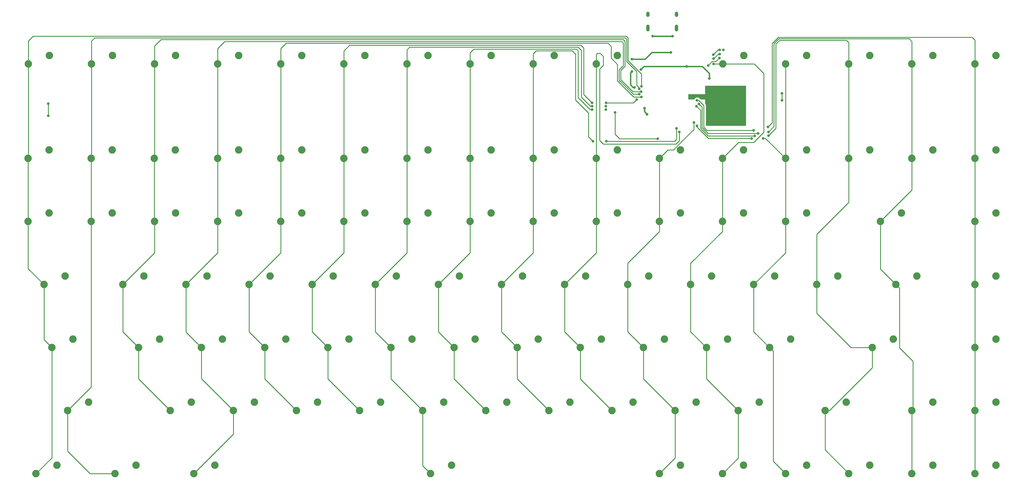
<source format=gtl>
G04 #@! TF.GenerationSoftware,KiCad,Pcbnew,(5.1.9)-1*
G04 #@! TF.CreationDate,2021-04-20T15:34:40+09:00*
G04 #@! TF.ProjectId,JupiterAdvanced,4a757069-7465-4724-9164-76616e636564,1*
G04 #@! TF.SameCoordinates,Original*
G04 #@! TF.FileFunction,Copper,L1,Top*
G04 #@! TF.FilePolarity,Positive*
%FSLAX46Y46*%
G04 Gerber Fmt 4.6, Leading zero omitted, Abs format (unit mm)*
G04 Created by KiCad (PCBNEW (5.1.9)-1) date 2021-04-20 15:34:40*
%MOMM*%
%LPD*%
G01*
G04 APERTURE LIST*
G04 #@! TA.AperFunction,ComponentPad*
%ADD10C,2.250000*%
G04 #@! TD*
G04 #@! TA.AperFunction,ComponentPad*
%ADD11O,1.000000X2.100000*%
G04 #@! TD*
G04 #@! TA.AperFunction,ComponentPad*
%ADD12O,1.000000X1.600000*%
G04 #@! TD*
G04 #@! TA.AperFunction,ViaPad*
%ADD13C,0.800000*%
G04 #@! TD*
G04 #@! TA.AperFunction,Conductor*
%ADD14C,0.254000*%
G04 #@! TD*
G04 #@! TA.AperFunction,Conductor*
%ADD15C,0.381000*%
G04 #@! TD*
G04 #@! TA.AperFunction,Conductor*
%ADD16C,0.150000*%
G04 #@! TD*
G04 APERTURE END LIST*
D10*
X339429320Y-162369620D03*
X333079320Y-164909620D03*
X363356120Y-95718820D03*
X357006120Y-98258820D03*
D11*
X258280240Y-87475980D03*
X266920240Y-87475980D03*
D12*
X258280240Y-83295980D03*
X266920240Y-83295980D03*
D10*
X77542620Y-143306920D03*
X71192620Y-145846920D03*
X82305120Y-162369620D03*
X75955120Y-164909620D03*
X199005647Y-219529227D03*
X192655647Y-222069227D03*
X318106020Y-200469620D03*
X311756020Y-203009620D03*
X306231520Y-219519620D03*
X299881520Y-222059620D03*
X315629520Y-162369620D03*
X309279520Y-164909620D03*
X268060380Y-219519620D03*
X261710380Y-222059620D03*
X301354720Y-181419620D03*
X295004720Y-183959620D03*
X291880520Y-200469620D03*
X285530520Y-203009620D03*
X325281520Y-124269620D03*
X318931520Y-126809620D03*
X306180720Y-143319620D03*
X299830720Y-145859620D03*
X363381520Y-162369620D03*
X357031520Y-164909620D03*
X363381520Y-181419620D03*
X357031520Y-183959620D03*
X344280720Y-124269620D03*
X337930720Y-126809620D03*
X120430520Y-200469620D03*
X114080520Y-203009620D03*
X201380320Y-162369620D03*
X195030320Y-164909620D03*
X139480520Y-200469620D03*
X133130520Y-203009620D03*
X125180320Y-162369620D03*
X118830320Y-164909620D03*
X177580520Y-200469620D03*
X171230520Y-203009620D03*
X220430320Y-162369620D03*
X214080320Y-164909620D03*
X182330320Y-162369620D03*
X175980320Y-164909620D03*
X344306120Y-95718820D03*
X337956120Y-98258820D03*
X325256120Y-95718820D03*
X318906120Y-98258820D03*
X306206120Y-95718820D03*
X299856120Y-98258820D03*
X287215320Y-95718820D03*
X280865320Y-98258820D03*
X249056120Y-95718820D03*
X242706120Y-98258820D03*
X230006120Y-95718820D03*
X223656120Y-98258820D03*
X210956120Y-95718820D03*
X204606120Y-98258820D03*
X191906120Y-95718820D03*
X185556120Y-98258820D03*
X172856120Y-95718820D03*
X166506120Y-98258820D03*
X153806120Y-95718820D03*
X147456120Y-98258820D03*
X134756120Y-95718820D03*
X128406120Y-98258820D03*
X115706120Y-95718820D03*
X109356120Y-98258820D03*
X96656120Y-95718820D03*
X90306120Y-98258820D03*
X77606120Y-95718820D03*
X71256120Y-98258820D03*
X129853920Y-181419620D03*
X123503920Y-183959620D03*
X163280320Y-162369620D03*
X156930320Y-164909620D03*
X106130320Y-162369620D03*
X99780320Y-164909620D03*
X277529520Y-162369620D03*
X271179520Y-164909620D03*
X258530320Y-162369620D03*
X252180320Y-164909620D03*
X215680520Y-200469620D03*
X209330520Y-203009620D03*
X234730520Y-200469620D03*
X228380520Y-203009620D03*
X263254720Y-181419620D03*
X256904720Y-183959620D03*
X244204720Y-181419620D03*
X237854720Y-183959620D03*
X225154720Y-181419620D03*
X218804720Y-183959620D03*
X239480320Y-162369620D03*
X233130320Y-164909620D03*
X206104720Y-181419620D03*
X199754720Y-183959620D03*
X187054720Y-181419620D03*
X180704720Y-183959620D03*
X287130720Y-124269620D03*
X280780720Y-126809620D03*
X168004720Y-181419620D03*
X161654720Y-183959620D03*
X144230320Y-162369620D03*
X137880320Y-164909620D03*
X148954720Y-181419620D03*
X142604720Y-183959620D03*
X158530520Y-200469620D03*
X152180520Y-203009620D03*
X196630520Y-200469620D03*
X190280520Y-203009620D03*
X110854720Y-181419620D03*
X104504720Y-183959620D03*
X249030720Y-143319620D03*
X242680720Y-145859620D03*
X229980720Y-143319620D03*
X223630720Y-145859620D03*
X210930720Y-143319620D03*
X204580720Y-145859620D03*
X191880720Y-143319620D03*
X185530720Y-145859620D03*
X172830720Y-143319620D03*
X166480720Y-145859620D03*
X153780720Y-143319620D03*
X147430720Y-145859620D03*
X134730720Y-143319620D03*
X128380720Y-145859620D03*
X115680720Y-143319620D03*
X109330720Y-145859620D03*
X96579920Y-143319620D03*
X90229920Y-145859620D03*
X268080720Y-143319620D03*
X261730720Y-145859620D03*
X253780520Y-200469620D03*
X247430520Y-203009620D03*
X89442520Y-200469620D03*
X83092520Y-203009620D03*
X103749524Y-219519620D03*
X97399524Y-222059620D03*
X79917520Y-219519620D03*
X73567520Y-222059620D03*
X296579520Y-162369620D03*
X290229520Y-164909620D03*
X127557128Y-219529227D03*
X121207128Y-222069227D03*
X287130720Y-143319620D03*
X280780720Y-145859620D03*
X363381520Y-143319620D03*
X357031520Y-145859620D03*
X266480520Y-203009620D03*
X272830520Y-200469620D03*
X287181520Y-219519620D03*
X280831520Y-222059620D03*
X306180720Y-124269620D03*
X299830720Y-126809620D03*
X268080720Y-124269620D03*
X261730720Y-126809620D03*
X249030720Y-124269620D03*
X242680720Y-126809620D03*
X229980720Y-124269620D03*
X223630720Y-126809620D03*
X210930720Y-124269620D03*
X204580720Y-126809620D03*
X191880720Y-124269620D03*
X185530720Y-126809620D03*
X172830720Y-124269620D03*
X166480720Y-126809620D03*
X153780720Y-124269620D03*
X147430720Y-126809620D03*
X134730720Y-124269620D03*
X128380720Y-126809620D03*
X115629920Y-124269620D03*
X109279920Y-126809620D03*
X96579920Y-124269620D03*
X90229920Y-126809620D03*
X77529920Y-124269620D03*
X71179920Y-126809620D03*
X332342720Y-181419620D03*
X325992720Y-183959620D03*
X363381520Y-200469620D03*
X357031520Y-203009620D03*
X363381520Y-124269620D03*
X357031520Y-126809620D03*
X84680020Y-181419620D03*
X78330020Y-183959620D03*
X282304720Y-181419620D03*
X275954720Y-183959620D03*
X334781120Y-143319620D03*
X328431120Y-145859620D03*
X344331520Y-200469620D03*
X337981520Y-203009620D03*
X363381520Y-219519620D03*
X357031520Y-222059620D03*
X325281520Y-219519620D03*
X318931520Y-222059620D03*
X344331520Y-219519620D03*
X337981520Y-222059620D03*
D13*
X291561520Y-119298720D03*
X294647620Y-118841520D03*
X273710926Y-110389074D03*
X290520120Y-120032220D03*
X294711120Y-119946420D03*
X272942704Y-111029275D03*
X273125000Y-109275000D03*
X290202620Y-118333520D03*
X294469820Y-117317520D03*
X287446720Y-111513620D03*
X287459420Y-113786920D03*
X253461520Y-100578920D03*
X257225000Y-111675000D03*
X258025000Y-113475000D03*
X254225000Y-105375000D03*
X253461520Y-96838480D03*
X265225000Y-94775000D03*
X279175000Y-110925000D03*
X256166620Y-99956620D03*
X276829520Y-102661720D03*
X269971520Y-99029520D03*
X278099520Y-98254820D03*
X256311120Y-105031820D03*
X261246620Y-120875000D03*
X248356120Y-112936020D03*
X77225000Y-110275000D03*
X77225000Y-113975000D03*
X298725000Y-109275000D03*
X298725000Y-107175000D03*
X279825000Y-96475000D03*
X276439067Y-98789067D03*
X255615420Y-107431820D03*
X278125000Y-96675000D03*
X281014465Y-94013670D03*
X279925000Y-95275000D03*
X279925000Y-94075000D03*
X278025000Y-95475000D03*
X255650820Y-105831820D03*
X256260520Y-106631820D03*
X256288420Y-108231820D03*
X254873420Y-109031820D03*
X245631720Y-110065820D03*
X241460020Y-110078520D03*
X245576250Y-111064282D03*
X241460020Y-111078523D03*
X245593922Y-112064128D03*
X241434473Y-112078199D03*
X266945320Y-117758420D03*
X245784120Y-121610120D03*
X241663220Y-121610120D03*
X267745320Y-118817120D03*
X272125000Y-115975000D03*
X265717020Y-89910920D03*
X259729460Y-89917760D03*
X289580320Y-120759220D03*
X293072820Y-120759220D03*
X273125000Y-116975000D03*
D14*
X337956120Y-126784220D02*
X337930720Y-126809620D01*
X337956120Y-98258820D02*
X337956120Y-126784220D01*
X337930720Y-136360020D02*
X328431120Y-145859620D01*
X337930720Y-126809620D02*
X337930720Y-136360020D01*
X328431120Y-160261420D02*
X333079320Y-164909620D01*
X328431120Y-145859620D02*
X328431120Y-160261420D01*
X334204319Y-184042257D02*
X338245320Y-188083258D01*
X334204319Y-166034619D02*
X334204319Y-184042257D01*
X333079320Y-164909620D02*
X334204319Y-166034619D01*
X338245320Y-202745820D02*
X337981520Y-203009620D01*
X338245320Y-188083258D02*
X338245320Y-202745820D01*
X337981520Y-203009620D02*
X337981520Y-222059620D01*
X337956120Y-91461820D02*
X337956120Y-98258820D01*
X297850463Y-90676110D02*
X337170410Y-90676110D01*
X296311320Y-92215253D02*
X297850463Y-90676110D01*
X296311320Y-117177820D02*
X296311320Y-92215253D01*
X337170410Y-90676110D02*
X337956120Y-91461820D01*
X294647620Y-118841520D02*
X296311320Y-117177820D01*
X274625000Y-111303148D02*
X273710926Y-110389074D01*
X274625000Y-117517068D02*
X274625000Y-111303148D01*
X276406652Y-119298720D02*
X274625000Y-117517068D01*
X291561520Y-119298720D02*
X276406652Y-119298720D01*
X318906120Y-126784220D02*
X318931520Y-126809620D01*
X318906120Y-98258820D02*
X318906120Y-126784220D01*
X309279520Y-149730488D02*
X309279520Y-164909620D01*
X318931520Y-140078488D02*
X309279520Y-149730488D01*
X318931520Y-126809620D02*
X318931520Y-140078488D01*
X319601988Y-183959620D02*
X325992720Y-183959620D01*
X309279520Y-173637152D02*
X319601988Y-183959620D01*
X309279520Y-164909620D02*
X309279520Y-173637152D01*
X313076404Y-203009620D02*
X311756020Y-203009620D01*
X325992720Y-190093304D02*
X313076404Y-203009620D01*
X325992720Y-183959620D02*
X325992720Y-190093304D01*
X311756020Y-214884120D02*
X318931520Y-222059620D01*
X311756020Y-203009620D02*
X311756020Y-214884120D01*
X294711120Y-119946420D02*
X296882820Y-117774720D01*
X296882820Y-117774720D02*
X296882820Y-92285820D01*
X296882820Y-92285820D02*
X298038520Y-91130120D01*
X298038520Y-91130120D02*
X318218820Y-91130120D01*
X318906120Y-91817420D02*
X318906120Y-98258820D01*
X318218820Y-91130120D02*
X318906120Y-91817420D01*
X274170990Y-112257561D02*
X272942704Y-111029275D01*
X274170990Y-117705125D02*
X274170990Y-112257561D01*
X276498085Y-120032220D02*
X274170990Y-117705125D01*
X290520120Y-120032220D02*
X276498085Y-120032220D01*
X357006120Y-126784220D02*
X357031520Y-126809620D01*
X357006120Y-98258820D02*
X357006120Y-126784220D01*
X357031520Y-126809620D02*
X357031520Y-145859620D01*
X357031520Y-145859620D02*
X357031520Y-164909620D01*
X357031520Y-164909620D02*
X357031520Y-183959620D01*
X357031520Y-183959620D02*
X357031520Y-203009620D01*
X357031520Y-203009620D02*
X357031520Y-222059620D01*
X357006120Y-91080820D02*
X357006120Y-98258820D01*
X356147400Y-90222100D02*
X357006120Y-91080820D01*
X297662406Y-90222100D02*
X356147400Y-90222100D01*
X295765220Y-92119286D02*
X297662406Y-90222100D01*
X295765220Y-116022120D02*
X295765220Y-92119286D01*
X294469820Y-117317520D02*
X295765220Y-116022120D01*
X273625000Y-109275000D02*
X273125000Y-109275000D01*
X275125000Y-110775000D02*
X273625000Y-109275000D01*
X275125000Y-117375000D02*
X275125000Y-110775000D01*
X276083520Y-118333520D02*
X275125000Y-117375000D01*
X290202620Y-118333520D02*
X276083520Y-118333520D01*
D15*
X257225000Y-112675000D02*
X258025000Y-113475000D01*
X257225000Y-111675000D02*
X257225000Y-112675000D01*
X253825000Y-105375000D02*
X254125000Y-105375000D01*
X253025000Y-104575000D02*
X253825000Y-105375000D01*
X253025000Y-101015440D02*
X253025000Y-104575000D01*
X253461520Y-100578920D02*
X253025000Y-101015440D01*
X254125000Y-105375000D02*
X254225000Y-105375000D01*
X253461520Y-96838480D02*
X257388480Y-96838480D01*
X257388480Y-96838480D02*
X259451960Y-94775000D01*
X259451960Y-94775000D02*
X265225000Y-94775000D01*
X256166620Y-99956620D02*
X257106420Y-99016820D01*
X257106420Y-99016820D02*
X268206220Y-99016820D01*
X276829520Y-101125020D02*
X276829520Y-102661720D01*
X274721320Y-99016820D02*
X276829520Y-101125020D01*
X268206220Y-99016820D02*
X274721320Y-99016820D01*
D14*
X280865320Y-126725020D02*
X280780720Y-126809620D01*
X280780720Y-126809620D02*
X280780720Y-145859620D01*
X271179520Y-158509782D02*
X271179520Y-164909620D01*
X280780720Y-148908582D02*
X271179520Y-158509782D01*
X280780720Y-145859620D02*
X280780720Y-148908582D01*
X271179520Y-179184420D02*
X275954720Y-183959620D01*
X271179520Y-164909620D02*
X271179520Y-179184420D01*
X275954720Y-193433820D02*
X285530520Y-203009620D01*
X275954720Y-183959620D02*
X275954720Y-193433820D01*
X285530520Y-217360620D02*
X280831520Y-222059620D01*
X285530520Y-203009620D02*
X285530520Y-217360620D01*
X290189920Y-121978420D02*
X285611920Y-121978420D01*
X285611920Y-121978420D02*
X280780720Y-126809620D01*
X293237920Y-118930420D02*
X290189920Y-121978420D01*
X293237920Y-101137720D02*
X293237920Y-118930420D01*
X290359020Y-98258820D02*
X293237920Y-101137720D01*
X280865320Y-98258820D02*
X290359020Y-98258820D01*
X280861320Y-98254820D02*
X280865320Y-98258820D01*
X278099520Y-98254820D02*
X280861320Y-98254820D01*
X71256120Y-126733420D02*
X71179920Y-126809620D01*
X71256120Y-98258820D02*
X71256120Y-126733420D01*
X71179920Y-126809620D02*
X71179920Y-126666420D01*
X71192620Y-126679120D02*
X71192620Y-145846920D01*
X71179920Y-126666420D02*
X71192620Y-126679120D01*
X71192620Y-160147120D02*
X75955120Y-164909620D01*
X71192620Y-145846920D02*
X71192620Y-160147120D01*
X75955120Y-181584720D02*
X78330020Y-183959620D01*
X75955120Y-164909620D02*
X75955120Y-181584720D01*
X78330020Y-217297120D02*
X73567520Y-222059620D01*
X78330020Y-183959620D02*
X78330020Y-217297120D01*
X71256120Y-91344520D02*
X71256120Y-98258820D01*
X72715120Y-89885520D02*
X71256120Y-91344520D01*
X252267720Y-97289620D02*
X252267720Y-90393520D01*
X251759720Y-89885520D02*
X72715120Y-89885520D01*
X252267720Y-90393520D02*
X251759720Y-89885520D01*
X256311120Y-101333020D02*
X252267720Y-97289620D01*
X256311120Y-105031820D02*
X256311120Y-101333020D01*
X248356120Y-119527320D02*
X248356120Y-112936020D01*
X249703800Y-120875000D02*
X248356120Y-119527320D01*
X261246620Y-120875000D02*
X249703800Y-120875000D01*
X77225000Y-110275000D02*
X77225000Y-113975000D01*
X298725000Y-109275000D02*
X298725000Y-107175000D01*
X278772181Y-97527819D02*
X277700315Y-97527819D01*
X277700315Y-97527819D02*
X276439067Y-98789067D01*
X279825000Y-96475000D02*
X278772181Y-97527819D01*
X128406120Y-126784220D02*
X128380720Y-126809620D01*
X128406120Y-98258820D02*
X128406120Y-126784220D01*
X128380720Y-126809620D02*
X128380720Y-145859620D01*
X128380720Y-155359220D02*
X118830320Y-164909620D01*
X128380720Y-145859620D02*
X128380720Y-155359220D01*
X118830320Y-179286020D02*
X123503920Y-183959620D01*
X118830320Y-164909620D02*
X118830320Y-179286020D01*
X123503920Y-193383020D02*
X133130520Y-203009620D01*
X123503920Y-183959620D02*
X123503920Y-193383020D01*
X133130520Y-210145835D02*
X121207128Y-222069227D01*
X133130520Y-203009620D02*
X133130520Y-210145835D01*
X130500120Y-91485720D02*
X128406120Y-93579720D01*
X250858020Y-91981020D02*
X250375420Y-91498420D01*
X250858020Y-98743053D02*
X250858020Y-91981020D01*
X128406120Y-93579720D02*
X128406120Y-98258820D01*
X167533320Y-91485720D02*
X130500120Y-91485720D01*
X249591210Y-100009863D02*
X250858020Y-98743053D01*
X167546020Y-91498420D02*
X167533320Y-91485720D01*
X250375420Y-91498420D02*
X167546020Y-91498420D01*
X249591210Y-103192677D02*
X249591210Y-100009863D01*
X253830353Y-107431820D02*
X249591210Y-103192677D01*
X255615420Y-107431820D02*
X253830353Y-107431820D01*
X279525000Y-95275000D02*
X278125000Y-96675000D01*
X279925000Y-95275000D02*
X279525000Y-95275000D01*
X279425000Y-94075000D02*
X278025000Y-95475000D01*
X279925000Y-94075000D02*
X279425000Y-94075000D01*
X90306120Y-126733420D02*
X90229920Y-126809620D01*
X90306120Y-98258820D02*
X90306120Y-126733420D01*
X90229920Y-126809620D02*
X90229920Y-145859620D01*
X90229920Y-195872220D02*
X83092520Y-203009620D01*
X90229920Y-145859620D02*
X90229920Y-195872220D01*
X83092520Y-203009620D02*
X83092520Y-215279020D01*
X89873120Y-222059620D02*
X97399524Y-222059620D01*
X83092520Y-215279020D02*
X89873120Y-222059620D01*
X90306120Y-91344520D02*
X90306120Y-98258820D01*
X91282520Y-90368120D02*
X90306120Y-91344520D01*
X251813710Y-90765010D02*
X251416820Y-90368120D01*
X251813710Y-97477677D02*
X251813710Y-90765010D01*
X254906130Y-100570096D02*
X251813710Y-97477677D01*
X254906130Y-104702792D02*
X254906130Y-100570096D01*
X255650820Y-105447482D02*
X254906130Y-104702792D01*
X251416820Y-90368120D02*
X91282520Y-90368120D01*
X255650820Y-105831820D02*
X255650820Y-105447482D01*
X109356120Y-126733420D02*
X109279920Y-126809620D01*
X109356120Y-98258820D02*
X109356120Y-126733420D01*
X109279920Y-145808820D02*
X109330720Y-145859620D01*
X109279920Y-126809620D02*
X109279920Y-145808820D01*
X109330720Y-155359220D02*
X99780320Y-164909620D01*
X109330720Y-145859620D02*
X109330720Y-155359220D01*
X99780320Y-179235220D02*
X104504720Y-183959620D01*
X99780320Y-164909620D02*
X99780320Y-179235220D01*
X104504720Y-193433820D02*
X114080520Y-203009620D01*
X104504720Y-183959620D02*
X104504720Y-193433820D01*
X256260520Y-106631820D02*
X253672420Y-106631820D01*
X253672420Y-106631820D02*
X250045220Y-103004620D01*
X250045220Y-103004620D02*
X250045220Y-100197920D01*
X250045220Y-100197920D02*
X251327920Y-98915220D01*
X109356120Y-92868520D02*
X109356120Y-98258820D01*
X251327920Y-98915220D02*
X251327920Y-91396820D01*
X250858020Y-90926920D02*
X111297720Y-90926920D01*
X251327920Y-91396820D02*
X250858020Y-90926920D01*
X111297720Y-90926920D02*
X109356120Y-92868520D01*
X147456120Y-126784220D02*
X147430720Y-126809620D01*
X147456120Y-98258820D02*
X147456120Y-126784220D01*
X147430720Y-126809620D02*
X147430720Y-145859620D01*
X147430720Y-155359220D02*
X137880320Y-164909620D01*
X147430720Y-145859620D02*
X147430720Y-155359220D01*
X137880320Y-179235220D02*
X142604720Y-183959620D01*
X137880320Y-164909620D02*
X137880320Y-179235220D01*
X142604720Y-193433820D02*
X152180520Y-203009620D01*
X142604720Y-183959620D02*
X142604720Y-193433820D01*
X147456120Y-93605120D02*
X147456120Y-98258820D01*
X149016720Y-92044520D02*
X147456120Y-93605120D01*
X246235220Y-92044520D02*
X149016720Y-92044520D01*
X247175020Y-92984320D02*
X246235220Y-92044520D01*
X247175020Y-96514920D02*
X247175020Y-92984320D01*
X249080020Y-98419920D02*
X247175020Y-96514920D01*
X249080020Y-103323553D02*
X249080020Y-98419920D01*
X253988287Y-108231820D02*
X249080020Y-103323553D01*
X256288420Y-108231820D02*
X253988287Y-108231820D01*
X166506120Y-126784220D02*
X166480720Y-126809620D01*
X166506120Y-98258820D02*
X166506120Y-126784220D01*
X166480720Y-126809620D02*
X166480720Y-145859620D01*
X166480720Y-155359220D02*
X156930320Y-164909620D01*
X166480720Y-145859620D02*
X166480720Y-155359220D01*
X156930320Y-179235220D02*
X161654720Y-183959620D01*
X156930320Y-164909620D02*
X156930320Y-179235220D01*
X161654720Y-193433820D02*
X171230520Y-203009620D01*
X161654720Y-183959620D02*
X161654720Y-193433820D01*
X253194820Y-110053120D02*
X253182120Y-110065820D01*
X241460020Y-110078520D02*
X238920020Y-107538520D01*
X238920020Y-107538520D02*
X238920020Y-93479620D01*
X238920020Y-93479620D02*
X238069120Y-92628720D01*
X238069120Y-92628720D02*
X168219120Y-92628720D01*
X166506120Y-94341720D02*
X166506120Y-98258820D01*
X168219120Y-92628720D02*
X166506120Y-94341720D01*
X245644420Y-110053120D02*
X245631720Y-110065820D01*
X253194820Y-110053120D02*
X245644420Y-110053120D01*
X253852120Y-110053120D02*
X253194820Y-110053120D01*
X254873420Y-109031820D02*
X253852120Y-110053120D01*
X185556120Y-126784220D02*
X185530720Y-126809620D01*
X185556120Y-98258820D02*
X185556120Y-126784220D01*
X185530720Y-126809620D02*
X185530720Y-145859620D01*
X185530720Y-155359220D02*
X175980320Y-164909620D01*
X185530720Y-145859620D02*
X185530720Y-155359220D01*
X175980320Y-179235220D02*
X180704720Y-183959620D01*
X175980320Y-164909620D02*
X175980320Y-179235220D01*
X180704720Y-193433820D02*
X190280520Y-203009620D01*
X180704720Y-183959620D02*
X180704720Y-193433820D01*
X190280520Y-219694100D02*
X192655647Y-222069227D01*
X190280520Y-203009620D02*
X190280520Y-219694100D01*
X240894335Y-111078523D02*
X238196120Y-108380308D01*
X241460020Y-111078523D02*
X240894335Y-111078523D01*
X238196120Y-108380308D02*
X238196120Y-94216220D01*
X238196120Y-94216220D02*
X237205520Y-93225620D01*
X237205520Y-93225620D02*
X186342020Y-93225620D01*
X185556120Y-94011520D02*
X185556120Y-98258820D01*
X186342020Y-93225620D02*
X185556120Y-94011520D01*
X204606120Y-126784220D02*
X204580720Y-126809620D01*
X204606120Y-98258820D02*
X204606120Y-126784220D01*
X204580720Y-126809620D02*
X204580720Y-145859620D01*
X204580720Y-155359220D02*
X195030320Y-164909620D01*
X204580720Y-145859620D02*
X204580720Y-155359220D01*
X195030320Y-179235220D02*
X199754720Y-183959620D01*
X195030320Y-164909620D02*
X195030320Y-179235220D01*
X199754720Y-193433820D02*
X209330520Y-203009620D01*
X199754720Y-183959620D02*
X199754720Y-193433820D01*
X240868788Y-112078199D02*
X237218220Y-108427631D01*
X241434473Y-112078199D02*
X240868788Y-112078199D01*
X237218220Y-108427631D02*
X237218220Y-94355920D01*
X237218220Y-94355920D02*
X236672120Y-93809820D01*
X236672120Y-93809820D02*
X205684120Y-93809820D01*
X204606120Y-94887820D02*
X204606120Y-98258820D01*
X205684120Y-93809820D02*
X204606120Y-94887820D01*
X223656120Y-126784220D02*
X223630720Y-126809620D01*
X223656120Y-98258820D02*
X223656120Y-126784220D01*
X223630720Y-126809620D02*
X223630720Y-145859620D01*
X223630720Y-155359220D02*
X214080320Y-164909620D01*
X223630720Y-145859620D02*
X223630720Y-155359220D01*
X214080320Y-179235220D02*
X218804720Y-183959620D01*
X214080320Y-164909620D02*
X214080320Y-179235220D01*
X218804720Y-193433820D02*
X228380520Y-203009620D01*
X218804720Y-183959620D02*
X218804720Y-193433820D01*
X266945320Y-117758420D02*
X266945320Y-121016820D01*
X266945320Y-121016820D02*
X266352020Y-121610120D01*
X241663220Y-121610120D02*
X240342420Y-120289320D01*
X240342420Y-120289320D02*
X240342420Y-113101120D01*
X240342420Y-113101120D02*
X236443520Y-109202220D01*
X236443520Y-109202220D02*
X236443520Y-95295720D01*
X235414619Y-94266819D02*
X224607321Y-94266819D01*
X236443520Y-95295720D02*
X235414619Y-94266819D01*
X223656120Y-95218020D02*
X223656120Y-98258820D01*
X224607321Y-94266819D02*
X223656120Y-95218020D01*
X257436620Y-121610120D02*
X245784120Y-121610120D01*
X266352020Y-121610120D02*
X257436620Y-121610120D01*
X242706120Y-126784220D02*
X242680720Y-126809620D01*
X242706120Y-98258820D02*
X242706120Y-126784220D01*
X242680720Y-126809620D02*
X242680720Y-145859620D01*
X242680720Y-155359220D02*
X233130320Y-164909620D01*
X242680720Y-145859620D02*
X242680720Y-155359220D01*
X233130320Y-179235220D02*
X237854720Y-183959620D01*
X233130320Y-164909620D02*
X233130320Y-179235220D01*
X237854720Y-193433820D02*
X247430520Y-203009620D01*
X237854720Y-183959620D02*
X237854720Y-193433820D01*
X243060220Y-95016320D02*
X242706120Y-95370420D01*
X244825520Y-96006920D02*
X243834920Y-95016320D01*
X244825520Y-98712020D02*
X244825520Y-96006920D01*
X243720620Y-99816920D02*
X244825520Y-98712020D01*
X243720620Y-121394220D02*
X243720620Y-99816920D01*
X244838220Y-122511820D02*
X243720620Y-121394220D01*
X242706120Y-95370420D02*
X242706120Y-98258820D01*
X266745720Y-122511820D02*
X244838220Y-122511820D01*
X243834920Y-95016320D02*
X243060220Y-95016320D01*
X267745320Y-121512220D02*
X266745720Y-122511820D01*
X267745320Y-118817120D02*
X267745320Y-121512220D01*
X261730720Y-126809620D02*
X261730720Y-145859620D01*
X252180320Y-158458982D02*
X252180320Y-164909620D01*
X261730720Y-148908582D02*
X252180320Y-158458982D01*
X261730720Y-145859620D02*
X261730720Y-148908582D01*
X252180320Y-179235220D02*
X256904720Y-183959620D01*
X252180320Y-164909620D02*
X252180320Y-179235220D01*
X256904720Y-193433820D02*
X266480520Y-203009620D01*
X256904720Y-183959620D02*
X256904720Y-193433820D01*
X266480520Y-217289480D02*
X261710380Y-222059620D01*
X266480520Y-203009620D02*
X266480520Y-217289480D01*
X268545320Y-121656058D02*
X265962358Y-124239020D01*
X264301320Y-124239020D02*
X261730720Y-126809620D01*
X265962358Y-124239020D02*
X264301320Y-124239020D01*
X268545320Y-121656058D02*
X268545320Y-121654680D01*
X272125000Y-118075000D02*
X272125000Y-115975000D01*
X268545320Y-121654680D02*
X272125000Y-118075000D01*
D15*
X259736300Y-89910920D02*
X259729460Y-89917760D01*
X265717020Y-89910920D02*
X259736300Y-89910920D01*
D14*
X299856120Y-126784220D02*
X299830720Y-126809620D01*
X299856120Y-98258820D02*
X299856120Y-126784220D01*
X299830720Y-126809620D02*
X299830720Y-145859620D01*
X299830720Y-155308420D02*
X290229520Y-164909620D01*
X299830720Y-145859620D02*
X299830720Y-155308420D01*
X290229520Y-179184420D02*
X295004720Y-183959620D01*
X290229520Y-164909620D02*
X290229520Y-179184420D01*
X296129719Y-218307819D02*
X299881520Y-222059620D01*
X296129719Y-185084619D02*
X296129719Y-218307819D01*
X295004720Y-183959620D02*
X296129719Y-185084619D01*
X293780320Y-120759220D02*
X299830720Y-126809620D01*
X293072820Y-120759220D02*
X293780320Y-120759220D01*
X273125000Y-117301201D02*
X273125000Y-116975000D01*
X276583019Y-120759220D02*
X273125000Y-117301201D01*
X289580320Y-120759220D02*
X276583019Y-120759220D01*
X287764220Y-116847620D02*
X275887000Y-116847620D01*
X275887000Y-110812422D01*
X275890686Y-110774999D01*
X275887000Y-110737574D01*
X275875974Y-110625622D01*
X275832402Y-110481985D01*
X275761645Y-110349608D01*
X275666422Y-110233578D01*
X275649468Y-110219664D01*
X275652000Y-108975258D01*
X275649610Y-108950477D01*
X275642431Y-108926638D01*
X275630740Y-108904658D01*
X275614985Y-108885380D01*
X275595772Y-108869547D01*
X275573839Y-108857766D01*
X275550030Y-108850491D01*
X275525533Y-108848001D01*
X274270360Y-108842730D01*
X274190284Y-108762654D01*
X274166422Y-108733578D01*
X274050392Y-108638355D01*
X273918015Y-108567598D01*
X273865326Y-108551615D01*
X273784774Y-108471063D01*
X273615256Y-108357795D01*
X273426898Y-108279774D01*
X273226939Y-108240000D01*
X273023061Y-108240000D01*
X272823102Y-108279774D01*
X272634744Y-108357795D01*
X272465226Y-108471063D01*
X272321063Y-108615226D01*
X272207795Y-108784744D01*
X272187400Y-108833982D01*
X270564782Y-108827167D01*
X270553122Y-107502000D01*
X275525000Y-107502000D01*
X275549776Y-107499560D01*
X275573601Y-107492333D01*
X275595557Y-107480597D01*
X275614803Y-107464803D01*
X275630597Y-107445557D01*
X275642333Y-107423601D01*
X275649560Y-107399776D01*
X275651990Y-107373410D01*
X275635720Y-106074209D01*
X275635720Y-104935020D01*
X287764220Y-104935020D01*
X287764220Y-116847620D01*
G04 #@! TA.AperFunction,Conductor*
D16*
G36*
X287764220Y-116847620D02*
G01*
X275887000Y-116847620D01*
X275887000Y-110812422D01*
X275890686Y-110774999D01*
X275887000Y-110737574D01*
X275875974Y-110625622D01*
X275832402Y-110481985D01*
X275761645Y-110349608D01*
X275666422Y-110233578D01*
X275649468Y-110219664D01*
X275652000Y-108975258D01*
X275649610Y-108950477D01*
X275642431Y-108926638D01*
X275630740Y-108904658D01*
X275614985Y-108885380D01*
X275595772Y-108869547D01*
X275573839Y-108857766D01*
X275550030Y-108850491D01*
X275525533Y-108848001D01*
X274270360Y-108842730D01*
X274190284Y-108762654D01*
X274166422Y-108733578D01*
X274050392Y-108638355D01*
X273918015Y-108567598D01*
X273865326Y-108551615D01*
X273784774Y-108471063D01*
X273615256Y-108357795D01*
X273426898Y-108279774D01*
X273226939Y-108240000D01*
X273023061Y-108240000D01*
X272823102Y-108279774D01*
X272634744Y-108357795D01*
X272465226Y-108471063D01*
X272321063Y-108615226D01*
X272207795Y-108784744D01*
X272187400Y-108833982D01*
X270564782Y-108827167D01*
X270553122Y-107502000D01*
X275525000Y-107502000D01*
X275549776Y-107499560D01*
X275573601Y-107492333D01*
X275595557Y-107480597D01*
X275614803Y-107464803D01*
X275630597Y-107445557D01*
X275642333Y-107423601D01*
X275649560Y-107399776D01*
X275651990Y-107373410D01*
X275635720Y-106074209D01*
X275635720Y-104935020D01*
X287764220Y-104935020D01*
X287764220Y-116847620D01*
G37*
G04 #@! TD.AperFunction*
M02*

</source>
